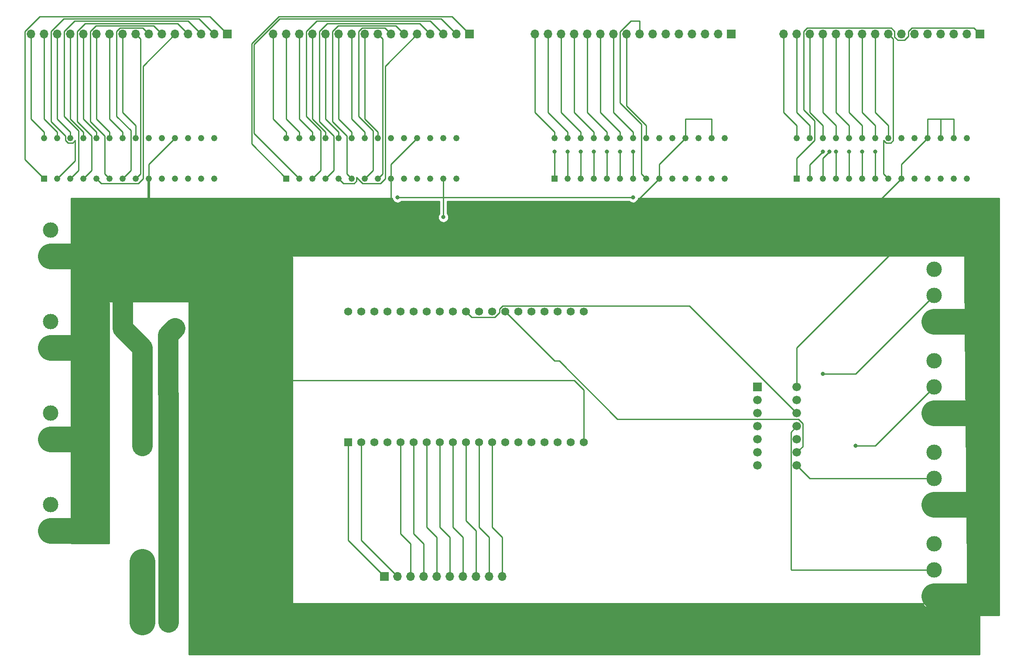
<source format=gbr>
%TF.GenerationSoftware,KiCad,Pcbnew,(5.1.9)-1*%
%TF.CreationDate,2022-04-05T19:21:43+02:00*%
%TF.ProjectId,Hexagon_Desk,48657861-676f-46e5-9f44-65736b2e6b69,rev?*%
%TF.SameCoordinates,Original*%
%TF.FileFunction,Copper,L1,Top*%
%TF.FilePolarity,Positive*%
%FSLAX46Y46*%
G04 Gerber Fmt 4.6, Leading zero omitted, Abs format (unit mm)*
G04 Created by KiCad (PCBNEW (5.1.9)-1) date 2022-04-05 19:21:43*
%MOMM*%
%LPD*%
G01*
G04 APERTURE LIST*
%TA.AperFunction,ComponentPad*%
%ADD10C,1.560000*%
%TD*%
%TA.AperFunction,ComponentPad*%
%ADD11R,1.560000X1.560000*%
%TD*%
%TA.AperFunction,ComponentPad*%
%ADD12O,2.400000X2.400000*%
%TD*%
%TA.AperFunction,ComponentPad*%
%ADD13R,2.400000X2.400000*%
%TD*%
%TA.AperFunction,ComponentPad*%
%ADD14C,1.600000*%
%TD*%
%TA.AperFunction,ComponentPad*%
%ADD15R,1.600000X1.600000*%
%TD*%
%TA.AperFunction,ComponentPad*%
%ADD16C,1.230000*%
%TD*%
%TA.AperFunction,ComponentPad*%
%ADD17R,1.230000X1.230000*%
%TD*%
%TA.AperFunction,ComponentPad*%
%ADD18C,1.676400*%
%TD*%
%TA.AperFunction,ComponentPad*%
%ADD19R,1.676400X1.676400*%
%TD*%
%TA.AperFunction,ComponentPad*%
%ADD20C,3.000000*%
%TD*%
%TA.AperFunction,ComponentPad*%
%ADD21R,3.000000X3.000000*%
%TD*%
%TA.AperFunction,ComponentPad*%
%ADD22O,1.700000X1.700000*%
%TD*%
%TA.AperFunction,ComponentPad*%
%ADD23R,1.700000X1.700000*%
%TD*%
%TA.AperFunction,ViaPad*%
%ADD24C,0.800000*%
%TD*%
%TA.AperFunction,Conductor*%
%ADD25C,4.000000*%
%TD*%
%TA.AperFunction,Conductor*%
%ADD26C,0.250000*%
%TD*%
%TA.AperFunction,Conductor*%
%ADD27C,0.500000*%
%TD*%
%TA.AperFunction,Conductor*%
%ADD28C,5.000000*%
%TD*%
%TA.AperFunction,Conductor*%
%ADD29C,0.254000*%
%TD*%
%TA.AperFunction,Conductor*%
%ADD30C,0.100000*%
%TD*%
G04 APERTURE END LIST*
D10*
%TO.P,U6,38*%
%TO.N,Net-(U6-Pad38)*%
X144070000Y-88205000D03*
%TO.P,U6,37*%
%TO.N,Net-(U6-Pad37)*%
X141530000Y-88205000D03*
%TO.P,U6,36*%
%TO.N,Net-(U6-Pad36)*%
X138990000Y-88205000D03*
%TO.P,U6,35*%
%TO.N,Net-(U6-Pad35)*%
X136450000Y-88205000D03*
%TO.P,U6,34*%
%TO.N,IO2_LED_Data1*%
X133910000Y-88205000D03*
%TO.P,U6,33*%
%TO.N,IO0_LED_Data0*%
X131370000Y-88205000D03*
%TO.P,U6,32*%
%TO.N,IO4_LED_Data2*%
X128830000Y-88205000D03*
%TO.P,U6,31*%
%TO.N,Net-(U6-Pad31)*%
X126290000Y-88205000D03*
%TO.P,U6,30*%
%TO.N,Net-(U6-Pad30)*%
X123750000Y-88205000D03*
%TO.P,U6,29*%
%TO.N,IO5_LED_Data3*%
X121210000Y-88205000D03*
%TO.P,U6,28*%
%TO.N,Net-(U6-Pad28)*%
X118670000Y-88205000D03*
%TO.P,U6,27*%
%TO.N,Net-(U6-Pad27)*%
X116130000Y-88205000D03*
%TO.P,U6,26*%
%TO.N,Net-(U6-Pad26)*%
X113590000Y-88205000D03*
%TO.P,U6,25*%
%TO.N,I2C_SDA*%
X111050000Y-88205000D03*
%TO.P,U6,24*%
%TO.N,Net-(U6-Pad24)*%
X108510000Y-88205000D03*
%TO.P,U6,23*%
%TO.N,Net-(U6-Pad23)*%
X105970000Y-88205000D03*
%TO.P,U6,22*%
%TO.N,I2C_SCL*%
X103430000Y-88205000D03*
%TO.P,U6,21*%
%TO.N,Net-(U6-Pad21)*%
X100890000Y-88205000D03*
%TO.P,U6,20*%
%TO.N,Net-(U6-Pad20)*%
X98350000Y-88205000D03*
%TO.P,U6,18*%
%TO.N,Net-(U6-Pad18)*%
X141530000Y-113605000D03*
%TO.P,U6,17*%
%TO.N,Net-(U6-Pad17)*%
X138990000Y-113605000D03*
%TO.P,U6,16*%
%TO.N,Net-(U6-Pad16)*%
X136450000Y-113605000D03*
%TO.P,U6,15*%
%TO.N,Net-(U6-Pad15)*%
X133910000Y-113605000D03*
%TO.P,U6,14*%
%TO.N,GND*%
X131370000Y-113605000D03*
%TO.P,U6,13*%
%TO.N,Net-(U6-Pad13)*%
X128830000Y-113605000D03*
%TO.P,U6,12*%
%TO.N,Net-(J13-Pad10)*%
X126290000Y-113605000D03*
%TO.P,U6,11*%
%TO.N,Net-(J13-Pad9)*%
X123750000Y-113605000D03*
%TO.P,U6,10*%
%TO.N,Net-(J13-Pad8)*%
X121210000Y-113605000D03*
%TO.P,U6,9*%
%TO.N,Net-(J13-Pad7)*%
X118670000Y-113605000D03*
%TO.P,U6,8*%
%TO.N,Net-(J13-Pad6)*%
X116130000Y-113605000D03*
%TO.P,U6,7*%
%TO.N,Net-(J13-Pad5)*%
X113590000Y-113605000D03*
%TO.P,U6,6*%
%TO.N,Net-(J13-Pad4)*%
X111050000Y-113605000D03*
%TO.P,U6,5*%
%TO.N,Net-(J13-Pad3)*%
X108510000Y-113605000D03*
%TO.P,U6,4*%
%TO.N,Net-(U6-Pad4)*%
X105970000Y-113605000D03*
%TO.P,U6,3*%
%TO.N,Net-(U6-Pad3)*%
X103430000Y-113605000D03*
%TO.P,U6,19*%
%TO.N,+5V*%
X144070000Y-113605000D03*
%TO.P,U6,2*%
%TO.N,Net-(J13-Pad2)*%
X100890000Y-113605000D03*
D11*
%TO.P,U6,1*%
%TO.N,Net-(J13-Pad1)*%
X98350000Y-113605000D03*
%TD*%
D12*
%TO.P,D0,2*%
%TO.N,GND*%
X64770000Y-91440000D03*
D13*
%TO.P,D0,1*%
%TO.N,+5V*%
X54610000Y-91440000D03*
%TD*%
D14*
%TO.P,C0,2*%
%TO.N,GND*%
X63420000Y-104140000D03*
D15*
%TO.P,C0,1*%
%TO.N,+5V*%
X58420000Y-104140000D03*
%TD*%
D16*
%TO.P,U2,28*%
%TO.N,Net-(J9-Pad16)*%
X39370000Y-54485000D03*
%TO.P,U2,27*%
%TO.N,Net-(J9-Pad15)*%
X41910000Y-54485000D03*
%TO.P,U2,26*%
%TO.N,Net-(J9-Pad14)*%
X44450000Y-54485000D03*
%TO.P,U2,25*%
%TO.N,Net-(J9-Pad13)*%
X46990000Y-54485000D03*
%TO.P,U2,24*%
%TO.N,Net-(J9-Pad12)*%
X49530000Y-54485000D03*
%TO.P,U2,23*%
%TO.N,Net-(J9-Pad11)*%
X52070000Y-54485000D03*
%TO.P,U2,22*%
%TO.N,Net-(J9-Pad10)*%
X54610000Y-54485000D03*
%TO.P,U2,21*%
%TO.N,Net-(J9-Pad9)*%
X57150000Y-54485000D03*
%TO.P,U2,20*%
%TO.N,Net-(U2-Pad20)*%
X59690000Y-54485000D03*
%TO.P,U2,19*%
%TO.N,Net-(U2-Pad19)*%
X62230000Y-54485000D03*
%TO.P,U2,18*%
%TO.N,+5V*%
X64770000Y-54485000D03*
%TO.P,U2,17*%
%TO.N,GND*%
X67310000Y-54485000D03*
%TO.P,U2,16*%
X69850000Y-54485000D03*
%TO.P,U2,15*%
X72390000Y-54485000D03*
%TO.P,U2,14*%
%TO.N,Net-(U2-Pad14)*%
X72390000Y-62355000D03*
%TO.P,U2,13*%
%TO.N,I2C_SDA*%
X69850000Y-62355000D03*
%TO.P,U2,12*%
%TO.N,I2C_SCL*%
X67310000Y-62355000D03*
%TO.P,U2,11*%
%TO.N,Net-(U2-Pad11)*%
X64770000Y-62355000D03*
%TO.P,U2,10*%
%TO.N,GND*%
X62230000Y-62355000D03*
%TO.P,U2,9*%
%TO.N,+5V*%
X59690000Y-62355000D03*
%TO.P,U2,8*%
%TO.N,Net-(J9-Pad8)*%
X57150000Y-62355000D03*
%TO.P,U2,7*%
%TO.N,Net-(J9-Pad7)*%
X54610000Y-62355000D03*
%TO.P,U2,6*%
%TO.N,Net-(J9-Pad6)*%
X52070000Y-62355000D03*
%TO.P,U2,5*%
%TO.N,Net-(J9-Pad5)*%
X49530000Y-62355000D03*
%TO.P,U2,4*%
%TO.N,Net-(J9-Pad4)*%
X46990000Y-62355000D03*
%TO.P,U2,3*%
%TO.N,Net-(J9-Pad3)*%
X44450000Y-62355000D03*
%TO.P,U2,2*%
%TO.N,Net-(J9-Pad2)*%
X41910000Y-62355000D03*
D17*
%TO.P,U2,1*%
%TO.N,Net-(J9-Pad1)*%
X39370000Y-62355000D03*
%TD*%
D16*
%TO.P,U5,28*%
%TO.N,Net-(J12-Pad16)*%
X185420000Y-54485000D03*
%TO.P,U5,27*%
%TO.N,Net-(J12-Pad15)*%
X187960000Y-54485000D03*
%TO.P,U5,26*%
%TO.N,Net-(J12-Pad14)*%
X190500000Y-54485000D03*
%TO.P,U5,25*%
%TO.N,Net-(J12-Pad13)*%
X193040000Y-54485000D03*
%TO.P,U5,24*%
%TO.N,Net-(J12-Pad12)*%
X195580000Y-54485000D03*
%TO.P,U5,23*%
%TO.N,Net-(J12-Pad11)*%
X198120000Y-54485000D03*
%TO.P,U5,22*%
%TO.N,Net-(J12-Pad10)*%
X200660000Y-54485000D03*
%TO.P,U5,21*%
%TO.N,Net-(J12-Pad9)*%
X203200000Y-54485000D03*
%TO.P,U5,20*%
%TO.N,Net-(U5-Pad20)*%
X205740000Y-54485000D03*
%TO.P,U5,19*%
%TO.N,Net-(U5-Pad19)*%
X208280000Y-54485000D03*
%TO.P,U5,18*%
%TO.N,+5V*%
X210820000Y-54485000D03*
%TO.P,U5,17*%
X213360000Y-54485000D03*
%TO.P,U5,16*%
X215900000Y-54485000D03*
%TO.P,U5,15*%
%TO.N,GND*%
X218440000Y-54485000D03*
%TO.P,U5,14*%
%TO.N,Net-(U5-Pad14)*%
X218440000Y-62355000D03*
%TO.P,U5,13*%
%TO.N,I2C_SDA*%
X215900000Y-62355000D03*
%TO.P,U5,12*%
%TO.N,I2C_SCL*%
X213360000Y-62355000D03*
%TO.P,U5,11*%
%TO.N,Net-(U5-Pad11)*%
X210820000Y-62355000D03*
%TO.P,U5,10*%
%TO.N,GND*%
X208280000Y-62355000D03*
%TO.P,U5,9*%
%TO.N,+5V*%
X205740000Y-62355000D03*
%TO.P,U5,8*%
%TO.N,Net-(J12-Pad8)*%
X203200000Y-62355000D03*
%TO.P,U5,7*%
%TO.N,Net-(J12-Pad7)*%
X200660000Y-62355000D03*
%TO.P,U5,6*%
%TO.N,Net-(J12-Pad6)*%
X198120000Y-62355000D03*
%TO.P,U5,5*%
%TO.N,Net-(J12-Pad5)*%
X195580000Y-62355000D03*
%TO.P,U5,4*%
%TO.N,Net-(J12-Pad4)*%
X193040000Y-62355000D03*
%TO.P,U5,3*%
%TO.N,Net-(J12-Pad3)*%
X190500000Y-62355000D03*
%TO.P,U5,2*%
%TO.N,Net-(J12-Pad2)*%
X187960000Y-62355000D03*
D17*
%TO.P,U5,1*%
%TO.N,Net-(J12-Pad1)*%
X185420000Y-62355000D03*
%TD*%
D16*
%TO.P,U4,28*%
%TO.N,Net-(J11-Pad16)*%
X138430000Y-54485000D03*
%TO.P,U4,27*%
%TO.N,Net-(J11-Pad15)*%
X140970000Y-54485000D03*
%TO.P,U4,26*%
%TO.N,Net-(J11-Pad14)*%
X143510000Y-54485000D03*
%TO.P,U4,25*%
%TO.N,Net-(J11-Pad13)*%
X146050000Y-54485000D03*
%TO.P,U4,24*%
%TO.N,Net-(J11-Pad12)*%
X148590000Y-54485000D03*
%TO.P,U4,23*%
%TO.N,Net-(J11-Pad11)*%
X151130000Y-54485000D03*
%TO.P,U4,22*%
%TO.N,Net-(J11-Pad10)*%
X153670000Y-54485000D03*
%TO.P,U4,21*%
%TO.N,Net-(J11-Pad9)*%
X156210000Y-54485000D03*
%TO.P,U4,20*%
%TO.N,Net-(U4-Pad20)*%
X158750000Y-54485000D03*
%TO.P,U4,19*%
%TO.N,Net-(U4-Pad19)*%
X161290000Y-54485000D03*
%TO.P,U4,18*%
%TO.N,+5V*%
X163830000Y-54485000D03*
%TO.P,U4,17*%
%TO.N,GND*%
X166370000Y-54485000D03*
%TO.P,U4,16*%
%TO.N,+5V*%
X168910000Y-54485000D03*
%TO.P,U4,15*%
%TO.N,GND*%
X171450000Y-54485000D03*
%TO.P,U4,14*%
%TO.N,Net-(U4-Pad14)*%
X171450000Y-62355000D03*
%TO.P,U4,13*%
%TO.N,I2C_SDA*%
X168910000Y-62355000D03*
%TO.P,U4,12*%
%TO.N,I2C_SCL*%
X166370000Y-62355000D03*
%TO.P,U4,11*%
%TO.N,Net-(U4-Pad11)*%
X163830000Y-62355000D03*
%TO.P,U4,10*%
%TO.N,GND*%
X161290000Y-62355000D03*
%TO.P,U4,9*%
%TO.N,+5V*%
X158750000Y-62355000D03*
%TO.P,U4,8*%
%TO.N,Net-(J11-Pad8)*%
X156210000Y-62355000D03*
%TO.P,U4,7*%
%TO.N,Net-(J11-Pad7)*%
X153670000Y-62355000D03*
%TO.P,U4,6*%
%TO.N,Net-(J11-Pad6)*%
X151130000Y-62355000D03*
%TO.P,U4,5*%
%TO.N,Net-(J11-Pad5)*%
X148590000Y-62355000D03*
%TO.P,U4,4*%
%TO.N,Net-(J11-Pad4)*%
X146050000Y-62355000D03*
%TO.P,U4,3*%
%TO.N,Net-(J11-Pad3)*%
X143510000Y-62355000D03*
%TO.P,U4,2*%
%TO.N,Net-(J11-Pad2)*%
X140970000Y-62355000D03*
D17*
%TO.P,U4,1*%
%TO.N,Net-(J11-Pad1)*%
X138430000Y-62355000D03*
%TD*%
D16*
%TO.P,U3,28*%
%TO.N,Net-(J10-Pad16)*%
X86360000Y-54485000D03*
%TO.P,U3,27*%
%TO.N,Net-(J10-Pad15)*%
X88900000Y-54485000D03*
%TO.P,U3,26*%
%TO.N,Net-(J10-Pad14)*%
X91440000Y-54485000D03*
%TO.P,U3,25*%
%TO.N,Net-(J10-Pad13)*%
X93980000Y-54485000D03*
%TO.P,U3,24*%
%TO.N,Net-(J10-Pad12)*%
X96520000Y-54485000D03*
%TO.P,U3,23*%
%TO.N,Net-(J10-Pad11)*%
X99060000Y-54485000D03*
%TO.P,U3,22*%
%TO.N,Net-(J10-Pad10)*%
X101600000Y-54485000D03*
%TO.P,U3,21*%
%TO.N,Net-(J10-Pad9)*%
X104140000Y-54485000D03*
%TO.P,U3,20*%
%TO.N,Net-(U3-Pad20)*%
X106680000Y-54485000D03*
%TO.P,U3,19*%
%TO.N,Net-(U3-Pad19)*%
X109220000Y-54485000D03*
%TO.P,U3,18*%
%TO.N,+5V*%
X111760000Y-54485000D03*
%TO.P,U3,17*%
%TO.N,GND*%
X114300000Y-54485000D03*
%TO.P,U3,16*%
X116840000Y-54485000D03*
%TO.P,U3,15*%
%TO.N,+5V*%
X119380000Y-54485000D03*
%TO.P,U3,14*%
%TO.N,Net-(U3-Pad14)*%
X119380000Y-62355000D03*
%TO.P,U3,13*%
%TO.N,I2C_SDA*%
X116840000Y-62355000D03*
%TO.P,U3,12*%
%TO.N,I2C_SCL*%
X114300000Y-62355000D03*
%TO.P,U3,11*%
%TO.N,Net-(U3-Pad11)*%
X111760000Y-62355000D03*
%TO.P,U3,10*%
%TO.N,GND*%
X109220000Y-62355000D03*
%TO.P,U3,9*%
%TO.N,+5V*%
X106680000Y-62355000D03*
%TO.P,U3,8*%
%TO.N,Net-(J10-Pad8)*%
X104140000Y-62355000D03*
%TO.P,U3,7*%
%TO.N,Net-(J10-Pad7)*%
X101600000Y-62355000D03*
%TO.P,U3,6*%
%TO.N,Net-(J10-Pad6)*%
X99060000Y-62355000D03*
%TO.P,U3,5*%
%TO.N,Net-(J10-Pad5)*%
X96520000Y-62355000D03*
%TO.P,U3,4*%
%TO.N,Net-(J10-Pad4)*%
X93980000Y-62355000D03*
%TO.P,U3,3*%
%TO.N,Net-(J10-Pad3)*%
X91440000Y-62355000D03*
%TO.P,U3,2*%
%TO.N,Net-(J10-Pad2)*%
X88900000Y-62355000D03*
D17*
%TO.P,U3,1*%
%TO.N,Net-(J10-Pad1)*%
X86360000Y-62355000D03*
%TD*%
D18*
%TO.P,U1,14*%
%TO.N,+5V*%
X185420000Y-102870000D03*
%TO.P,U1,13*%
%TO.N,GND*%
X185420000Y-105410000D03*
%TO.P,U1,12*%
%TO.N,IO5_LED_Data3*%
X185420000Y-107950000D03*
%TO.P,U1,11*%
%TO.N,LED_Data3*%
X185420000Y-110490000D03*
%TO.P,U1,10*%
%TO.N,GND*%
X185420000Y-113030000D03*
%TO.P,U1,9*%
%TO.N,IO4_LED_Data2*%
X185420000Y-115570000D03*
%TO.P,U1,8*%
%TO.N,LED_Data2*%
X185420000Y-118110000D03*
%TO.P,U1,7*%
%TO.N,GND*%
X177800000Y-118110000D03*
%TO.P,U1,6*%
%TO.N,LED_Data1*%
X177800000Y-115570000D03*
%TO.P,U1,5*%
%TO.N,IO2_LED_Data1*%
X177800000Y-113030000D03*
%TO.P,U1,4*%
%TO.N,GND*%
X177800000Y-110490000D03*
%TO.P,U1,3*%
%TO.N,LED_Data0*%
X177800000Y-107950000D03*
%TO.P,U1,2*%
%TO.N,IO0_LED_Data0*%
X177800000Y-105410000D03*
D19*
%TO.P,U1,1*%
%TO.N,GND*%
X177800000Y-102870000D03*
%TD*%
D20*
%TO.P,J00_IN1,2*%
%TO.N,GND*%
X63500000Y-148590000D03*
D21*
%TO.P,J00_IN1,1*%
%TO.N,Net-(F0-Pad2)*%
X58420000Y-148590000D03*
%TD*%
D22*
%TO.P,J13,10*%
%TO.N,Net-(J13-Pad10)*%
X128270000Y-139700000D03*
%TO.P,J13,9*%
%TO.N,Net-(J13-Pad9)*%
X125730000Y-139700000D03*
%TO.P,J13,8*%
%TO.N,Net-(J13-Pad8)*%
X123190000Y-139700000D03*
%TO.P,J13,7*%
%TO.N,Net-(J13-Pad7)*%
X120650000Y-139700000D03*
%TO.P,J13,6*%
%TO.N,Net-(J13-Pad6)*%
X118110000Y-139700000D03*
%TO.P,J13,5*%
%TO.N,Net-(J13-Pad5)*%
X115570000Y-139700000D03*
%TO.P,J13,4*%
%TO.N,Net-(J13-Pad4)*%
X113030000Y-139700000D03*
%TO.P,J13,3*%
%TO.N,Net-(J13-Pad3)*%
X110490000Y-139700000D03*
%TO.P,J13,2*%
%TO.N,Net-(J13-Pad2)*%
X107950000Y-139700000D03*
D23*
%TO.P,J13,1*%
%TO.N,Net-(J13-Pad1)*%
X105410000Y-139700000D03*
%TD*%
D22*
%TO.P,J12,16*%
%TO.N,Net-(J12-Pad16)*%
X182880000Y-34290000D03*
%TO.P,J12,15*%
%TO.N,Net-(J12-Pad15)*%
X185420000Y-34290000D03*
%TO.P,J12,14*%
%TO.N,Net-(J12-Pad14)*%
X187960000Y-34290000D03*
%TO.P,J12,13*%
%TO.N,Net-(J12-Pad13)*%
X190500000Y-34290000D03*
%TO.P,J12,12*%
%TO.N,Net-(J12-Pad12)*%
X193040000Y-34290000D03*
%TO.P,J12,11*%
%TO.N,Net-(J12-Pad11)*%
X195580000Y-34290000D03*
%TO.P,J12,10*%
%TO.N,Net-(J12-Pad10)*%
X198120000Y-34290000D03*
%TO.P,J12,9*%
%TO.N,Net-(J12-Pad9)*%
X200660000Y-34290000D03*
%TO.P,J12,8*%
%TO.N,Net-(J12-Pad8)*%
X203200000Y-34290000D03*
%TO.P,J12,7*%
%TO.N,Net-(J12-Pad7)*%
X205740000Y-34290000D03*
%TO.P,J12,6*%
%TO.N,Net-(J12-Pad6)*%
X208280000Y-34290000D03*
%TO.P,J12,5*%
%TO.N,Net-(J12-Pad5)*%
X210820000Y-34290000D03*
%TO.P,J12,4*%
%TO.N,Net-(J12-Pad4)*%
X213360000Y-34290000D03*
%TO.P,J12,3*%
%TO.N,Net-(J12-Pad3)*%
X215900000Y-34290000D03*
%TO.P,J12,2*%
%TO.N,Net-(J12-Pad2)*%
X218440000Y-34290000D03*
D23*
%TO.P,J12,1*%
%TO.N,Net-(J12-Pad1)*%
X220980000Y-34290000D03*
%TD*%
D22*
%TO.P,J11,16*%
%TO.N,Net-(J11-Pad16)*%
X134620000Y-34290000D03*
%TO.P,J11,15*%
%TO.N,Net-(J11-Pad15)*%
X137160000Y-34290000D03*
%TO.P,J11,14*%
%TO.N,Net-(J11-Pad14)*%
X139700000Y-34290000D03*
%TO.P,J11,13*%
%TO.N,Net-(J11-Pad13)*%
X142240000Y-34290000D03*
%TO.P,J11,12*%
%TO.N,Net-(J11-Pad12)*%
X144780000Y-34290000D03*
%TO.P,J11,11*%
%TO.N,Net-(J11-Pad11)*%
X147320000Y-34290000D03*
%TO.P,J11,10*%
%TO.N,Net-(J11-Pad10)*%
X149860000Y-34290000D03*
%TO.P,J11,9*%
%TO.N,Net-(J11-Pad9)*%
X152400000Y-34290000D03*
%TO.P,J11,8*%
%TO.N,Net-(J11-Pad8)*%
X154940000Y-34290000D03*
%TO.P,J11,7*%
%TO.N,Net-(J11-Pad7)*%
X157480000Y-34290000D03*
%TO.P,J11,6*%
%TO.N,Net-(J11-Pad6)*%
X160020000Y-34290000D03*
%TO.P,J11,5*%
%TO.N,Net-(J11-Pad5)*%
X162560000Y-34290000D03*
%TO.P,J11,4*%
%TO.N,Net-(J11-Pad4)*%
X165100000Y-34290000D03*
%TO.P,J11,3*%
%TO.N,Net-(J11-Pad3)*%
X167640000Y-34290000D03*
%TO.P,J11,2*%
%TO.N,Net-(J11-Pad2)*%
X170180000Y-34290000D03*
D23*
%TO.P,J11,1*%
%TO.N,Net-(J11-Pad1)*%
X172720000Y-34290000D03*
%TD*%
D22*
%TO.P,J10,16*%
%TO.N,Net-(J10-Pad16)*%
X83820000Y-34290000D03*
%TO.P,J10,15*%
%TO.N,Net-(J10-Pad15)*%
X86360000Y-34290000D03*
%TO.P,J10,14*%
%TO.N,Net-(J10-Pad14)*%
X88900000Y-34290000D03*
%TO.P,J10,13*%
%TO.N,Net-(J10-Pad13)*%
X91440000Y-34290000D03*
%TO.P,J10,12*%
%TO.N,Net-(J10-Pad12)*%
X93980000Y-34290000D03*
%TO.P,J10,11*%
%TO.N,Net-(J10-Pad11)*%
X96520000Y-34290000D03*
%TO.P,J10,10*%
%TO.N,Net-(J10-Pad10)*%
X99060000Y-34290000D03*
%TO.P,J10,9*%
%TO.N,Net-(J10-Pad9)*%
X101600000Y-34290000D03*
%TO.P,J10,8*%
%TO.N,Net-(J10-Pad8)*%
X104140000Y-34290000D03*
%TO.P,J10,7*%
%TO.N,Net-(J10-Pad7)*%
X106680000Y-34290000D03*
%TO.P,J10,6*%
%TO.N,Net-(J10-Pad6)*%
X109220000Y-34290000D03*
%TO.P,J10,5*%
%TO.N,Net-(J10-Pad5)*%
X111760000Y-34290000D03*
%TO.P,J10,4*%
%TO.N,Net-(J10-Pad4)*%
X114300000Y-34290000D03*
%TO.P,J10,3*%
%TO.N,Net-(J10-Pad3)*%
X116840000Y-34290000D03*
%TO.P,J10,2*%
%TO.N,Net-(J10-Pad2)*%
X119380000Y-34290000D03*
D23*
%TO.P,J10,1*%
%TO.N,Net-(J10-Pad1)*%
X121920000Y-34290000D03*
%TD*%
D22*
%TO.P,J9,16*%
%TO.N,Net-(J9-Pad16)*%
X36830000Y-34290000D03*
%TO.P,J9,15*%
%TO.N,Net-(J9-Pad15)*%
X39370000Y-34290000D03*
%TO.P,J9,14*%
%TO.N,Net-(J9-Pad14)*%
X41910000Y-34290000D03*
%TO.P,J9,13*%
%TO.N,Net-(J9-Pad13)*%
X44450000Y-34290000D03*
%TO.P,J9,12*%
%TO.N,Net-(J9-Pad12)*%
X46990000Y-34290000D03*
%TO.P,J9,11*%
%TO.N,Net-(J9-Pad11)*%
X49530000Y-34290000D03*
%TO.P,J9,10*%
%TO.N,Net-(J9-Pad10)*%
X52070000Y-34290000D03*
%TO.P,J9,9*%
%TO.N,Net-(J9-Pad9)*%
X54610000Y-34290000D03*
%TO.P,J9,8*%
%TO.N,Net-(J9-Pad8)*%
X57150000Y-34290000D03*
%TO.P,J9,7*%
%TO.N,Net-(J9-Pad7)*%
X59690000Y-34290000D03*
%TO.P,J9,6*%
%TO.N,Net-(J9-Pad6)*%
X62230000Y-34290000D03*
%TO.P,J9,5*%
%TO.N,Net-(J9-Pad5)*%
X64770000Y-34290000D03*
%TO.P,J9,4*%
%TO.N,Net-(J9-Pad4)*%
X67310000Y-34290000D03*
%TO.P,J9,3*%
%TO.N,Net-(J9-Pad3)*%
X69850000Y-34290000D03*
%TO.P,J9,2*%
%TO.N,Net-(J9-Pad2)*%
X72390000Y-34290000D03*
D23*
%TO.P,J9,1*%
%TO.N,Net-(J9-Pad1)*%
X74930000Y-34290000D03*
%TD*%
D20*
%TO.P,J8,2*%
%TO.N,GND*%
X40640000Y-72390000D03*
D21*
%TO.P,J8,1*%
%TO.N,+5V*%
X40640000Y-77470000D03*
%TD*%
D20*
%TO.P,J7,2*%
%TO.N,GND*%
X40640000Y-90170000D03*
D21*
%TO.P,J7,1*%
%TO.N,+5V*%
X40640000Y-95250000D03*
%TD*%
D20*
%TO.P,J6,2*%
%TO.N,GND*%
X40640000Y-107950000D03*
D21*
%TO.P,J6,1*%
%TO.N,+5V*%
X40640000Y-113030000D03*
%TD*%
D20*
%TO.P,J5,2*%
%TO.N,GND*%
X40640000Y-125730000D03*
D21*
%TO.P,J5,1*%
%TO.N,+5V*%
X40640000Y-130810000D03*
%TD*%
D20*
%TO.P,J4,3*%
%TO.N,GND*%
X212090000Y-133350000D03*
%TO.P,J4,2*%
%TO.N,LED_Data3*%
X212090000Y-138430000D03*
D21*
%TO.P,J4,1*%
%TO.N,+5V*%
X212090000Y-143510000D03*
%TD*%
D20*
%TO.P,J2,3*%
%TO.N,GND*%
X212090000Y-115570000D03*
%TO.P,J2,2*%
%TO.N,LED_Data2*%
X212090000Y-120650000D03*
D21*
%TO.P,J2,1*%
%TO.N,+5V*%
X212090000Y-125730000D03*
%TD*%
D20*
%TO.P,J1,3*%
%TO.N,GND*%
X212090000Y-97790000D03*
%TO.P,J1,2*%
%TO.N,LED_Data1*%
X212090000Y-102870000D03*
D21*
%TO.P,J1,1*%
%TO.N,+5V*%
X212090000Y-107950000D03*
%TD*%
D20*
%TO.P,J0,3*%
%TO.N,GND*%
X212090000Y-80010000D03*
%TO.P,J0,2*%
%TO.N,LED_Data0*%
X212090000Y-85090000D03*
D21*
%TO.P,J0,1*%
%TO.N,+5V*%
X212090000Y-90170000D03*
%TD*%
D20*
%TO.P,F0,2*%
%TO.N,Net-(F0-Pad2)*%
X58420000Y-136800000D03*
%TO.P,F0,1*%
%TO.N,+5V*%
X58420000Y-114300000D03*
%TD*%
D24*
%TO.N,LED_Data0*%
X190500000Y-100330000D03*
%TO.N,LED_Data1*%
X196850000Y-114300000D03*
%TO.N,Net-(J11-Pad7)*%
X153670000Y-57150000D03*
%TO.N,Net-(J11-Pad6)*%
X151130000Y-57150000D03*
%TO.N,Net-(J11-Pad5)*%
X148590000Y-57150000D03*
%TO.N,Net-(J11-Pad4)*%
X146050000Y-57150000D03*
%TO.N,Net-(J11-Pad3)*%
X143510000Y-57150000D03*
%TO.N,Net-(J11-Pad2)*%
X140970000Y-57150000D03*
%TO.N,Net-(J11-Pad1)*%
X138430000Y-57150000D03*
%TO.N,Net-(J12-Pad7)*%
X200660000Y-57150000D03*
%TO.N,Net-(J12-Pad6)*%
X198120000Y-57150000D03*
%TO.N,Net-(J12-Pad5)*%
X195580000Y-57150000D03*
%TO.N,Net-(J12-Pad4)*%
X193040000Y-57150000D03*
%TO.N,Net-(J12-Pad3)*%
X191770000Y-57150000D03*
%TO.N,Net-(J12-Pad2)*%
X190500000Y-57150000D03*
%TO.N,I2C_SDA*%
X116840000Y-69850000D03*
X107950000Y-66040000D03*
X153670000Y-66040000D03*
%TD*%
D25*
%TO.N,GND*%
X63500000Y-104220000D02*
X63420000Y-104140000D01*
X63500000Y-148590000D02*
X63500000Y-104220000D01*
X63420000Y-92790000D02*
X64770000Y-91440000D01*
X63420000Y-104140000D02*
X63420000Y-92790000D01*
D26*
%TO.N,+5V*%
X44960000Y-108710000D02*
X44960000Y-126490000D01*
X144070000Y-113605000D02*
X144070000Y-103430000D01*
X144070000Y-103430000D02*
X142240000Y-101600000D01*
X142240000Y-101600000D02*
X73660000Y-101600000D01*
X73660000Y-101600000D02*
X73660000Y-73148590D01*
X59690000Y-59565000D02*
X64770000Y-54485000D01*
X59690000Y-62355000D02*
X59690000Y-59565000D01*
X73660000Y-73148590D02*
X106168590Y-73148590D01*
X106680000Y-72637180D02*
X106680000Y-62355000D01*
X106168590Y-73148590D02*
X106680000Y-72637180D01*
X106680000Y-59565000D02*
X111760000Y-54485000D01*
X106680000Y-62355000D02*
X106680000Y-59565000D01*
X147956410Y-73148590D02*
X158750000Y-62355000D01*
X106168590Y-73148590D02*
X147956410Y-73148590D01*
X158750000Y-59565000D02*
X163830000Y-54485000D01*
X158750000Y-62355000D02*
X158750000Y-59565000D01*
X163830000Y-54485000D02*
X163830000Y-50800000D01*
X163830000Y-50800000D02*
X168910000Y-50800000D01*
X168910000Y-50800000D02*
X168910000Y-54485000D01*
X194946410Y-73148590D02*
X205740000Y-62355000D01*
X205740000Y-59565000D02*
X210820000Y-54485000D01*
X205740000Y-62355000D02*
X205740000Y-59565000D01*
X210820000Y-54485000D02*
X210820000Y-50800000D01*
X210820000Y-50800000D02*
X215900000Y-50800000D01*
X215900000Y-50800000D02*
X215900000Y-54485000D01*
X213360000Y-50800000D02*
X213360000Y-54485000D01*
X185420000Y-95250000D02*
X207521410Y-73148590D01*
X185420000Y-102870000D02*
X185420000Y-95250000D01*
X207521410Y-73148590D02*
X207646410Y-73148590D01*
X147956410Y-73148590D02*
X207521410Y-73148590D01*
D27*
X73658590Y-73150000D02*
X73660000Y-73148590D01*
X69090000Y-73150000D02*
X73658590Y-73150000D01*
X59690000Y-62355000D02*
X59690000Y-72390000D01*
X59690000Y-72390000D02*
X60960000Y-73660000D01*
D28*
X40640000Y-130810000D02*
X46990000Y-130810000D01*
X40640000Y-77470000D02*
X50800000Y-77470000D01*
X48260000Y-96520000D02*
X46990000Y-95250000D01*
X48260000Y-113030000D02*
X48260000Y-96520000D01*
X40640000Y-113030000D02*
X48260000Y-113030000D01*
X40640000Y-95250000D02*
X46990000Y-95250000D01*
X46990000Y-86360000D02*
X53340000Y-80010000D01*
X46990000Y-95250000D02*
X46990000Y-86360000D01*
X50800000Y-77470000D02*
X53340000Y-80010000D01*
D25*
X58420000Y-114300000D02*
X58420000Y-104140000D01*
X58420000Y-95250000D02*
X54610000Y-91440000D01*
X58420000Y-104140000D02*
X58420000Y-95250000D01*
X54610000Y-91440000D02*
X54610000Y-85090000D01*
D27*
X220468590Y-73148590D02*
X220980000Y-73660000D01*
X220980000Y-73660000D02*
X220980000Y-78740000D01*
X207521410Y-73148590D02*
X220468590Y-73148590D01*
D28*
X212090000Y-90170000D02*
X220980000Y-90170000D01*
X212090000Y-107950000D02*
X220980000Y-107950000D01*
X212090000Y-125730000D02*
X219710000Y-125730000D01*
X212090000Y-143510000D02*
X219710000Y-143510000D01*
%TO.N,Net-(F0-Pad2)*%
X58420000Y-148590000D02*
X58420000Y-136800000D01*
D26*
%TO.N,LED_Data0*%
X196850000Y-100330000D02*
X212090000Y-85090000D01*
X190500000Y-100330000D02*
X196850000Y-100330000D01*
%TO.N,LED_Data1*%
X200660000Y-114300000D02*
X212090000Y-102870000D01*
X196850000Y-114300000D02*
X200660000Y-114300000D01*
%TO.N,LED_Data2*%
X187960000Y-120650000D02*
X185420000Y-118110000D01*
X212090000Y-120650000D02*
X187960000Y-120650000D01*
%TO.N,Net-(J9-Pad16)*%
X39370000Y-54485000D02*
X39370000Y-53340000D01*
X36830000Y-50800000D02*
X36830000Y-34290000D01*
X39370000Y-53340000D02*
X36830000Y-50800000D01*
%TO.N,Net-(J9-Pad15)*%
X41910000Y-54485000D02*
X41910000Y-53340000D01*
X39370000Y-50800000D02*
X39370000Y-34290000D01*
X41910000Y-53340000D02*
X39370000Y-50800000D01*
%TO.N,Net-(J9-Pad14)*%
X44450000Y-54485000D02*
X44450000Y-53340000D01*
X41910000Y-50800000D02*
X41910000Y-34290000D01*
X44450000Y-53340000D02*
X41910000Y-50800000D01*
%TO.N,Net-(J9-Pad13)*%
X46990000Y-54485000D02*
X46990000Y-53340000D01*
X44450000Y-50800000D02*
X44450000Y-34290000D01*
X46990000Y-53340000D02*
X44450000Y-50800000D01*
%TO.N,Net-(J9-Pad12)*%
X49530000Y-54485000D02*
X49530000Y-53340000D01*
X46990000Y-50800000D02*
X46990000Y-34290000D01*
X49530000Y-53340000D02*
X46990000Y-50800000D01*
%TO.N,Net-(J9-Pad11)*%
X52070000Y-54485000D02*
X52070000Y-53340000D01*
X49530000Y-50800000D02*
X49530000Y-34290000D01*
X52070000Y-53340000D02*
X49530000Y-50800000D01*
%TO.N,Net-(J9-Pad10)*%
X54610000Y-54485000D02*
X54610000Y-53340000D01*
X52070000Y-50800000D02*
X52070000Y-34290000D01*
X54610000Y-53340000D02*
X52070000Y-50800000D01*
%TO.N,Net-(J9-Pad9)*%
X57150000Y-54485000D02*
X57150000Y-52070000D01*
X54610000Y-49530000D02*
X54610000Y-34290000D01*
X57150000Y-52070000D02*
X54610000Y-49530000D01*
%TO.N,Net-(J9-Pad8)*%
X58090001Y-35230001D02*
X57150000Y-34290000D01*
X58090001Y-61414999D02*
X58090001Y-35230001D01*
X57150000Y-62355000D02*
X58090001Y-61414999D01*
%TO.N,Net-(J9-Pad7)*%
X58514999Y-33114999D02*
X59690000Y-34290000D01*
X53434999Y-33725999D02*
X54045999Y-33114999D01*
X53434999Y-50235001D02*
X53434999Y-33725999D01*
X56209999Y-53010001D02*
X53434999Y-50235001D01*
X54045999Y-33114999D02*
X58514999Y-33114999D01*
X56209999Y-60755001D02*
X56209999Y-53010001D01*
X54610000Y-62355000D02*
X56209999Y-60755001D01*
%TO.N,Net-(J9-Pad6)*%
X48354999Y-33725999D02*
X49416008Y-32664990D01*
X48354999Y-51258799D02*
X48354999Y-33725999D01*
X60604990Y-32664990D02*
X62230000Y-34290000D01*
X51129999Y-54033799D02*
X48354999Y-51258799D01*
X51129999Y-61414999D02*
X51129999Y-54033799D01*
X49416008Y-32664990D02*
X60604990Y-32664990D01*
X52070000Y-62355000D02*
X51129999Y-61414999D01*
%TO.N,Net-(J9-Pad5)*%
X58540011Y-40519989D02*
X64770000Y-34290000D01*
X58540011Y-62356191D02*
X58540011Y-40519989D01*
X57601201Y-63295001D02*
X58540011Y-62356191D01*
X50470001Y-63295001D02*
X57601201Y-63295001D01*
X49530000Y-62355000D02*
X50470001Y-63295001D01*
%TO.N,Net-(J9-Pad4)*%
X65234980Y-32214980D02*
X67310000Y-34290000D01*
X47326018Y-32214980D02*
X65234980Y-32214980D01*
X45814999Y-33725999D02*
X47326018Y-32214980D01*
X45814999Y-51258799D02*
X45814999Y-33725999D01*
X48589999Y-54033799D02*
X45814999Y-51258799D01*
X48589999Y-60755001D02*
X48589999Y-54033799D01*
X46990000Y-62355000D02*
X48589999Y-60755001D01*
%TO.N,Net-(J9-Pad3)*%
X67324971Y-31764971D02*
X69850000Y-34290000D01*
X45236027Y-31764971D02*
X67324971Y-31764971D01*
X43274999Y-33725999D02*
X45236027Y-31764971D01*
X43274999Y-50261409D02*
X43274999Y-33725999D01*
X46036795Y-53023205D02*
X43274999Y-50261409D01*
X46036795Y-60768205D02*
X46036795Y-53023205D01*
X44450000Y-62355000D02*
X46036795Y-60768205D01*
%TO.N,Net-(J9-Pad2)*%
X69414961Y-31314961D02*
X72390000Y-34290000D01*
X43146037Y-31314961D02*
X69414961Y-31314961D01*
X40734999Y-33725999D02*
X43146037Y-31314961D01*
X40734999Y-51258799D02*
X40734999Y-33725999D01*
X43509999Y-54033799D02*
X40734999Y-51258799D01*
X43998799Y-55425001D02*
X43509999Y-54936201D01*
X43509999Y-54936201D02*
X43509999Y-54033799D01*
X45390001Y-54936201D02*
X44901201Y-55425001D01*
X45390001Y-58874999D02*
X45390001Y-54936201D01*
X44901201Y-55425001D02*
X43998799Y-55425001D01*
X41910000Y-62355000D02*
X45390001Y-58874999D01*
%TO.N,Net-(J9-Pad1)*%
X71504952Y-30864952D02*
X74930000Y-34290000D01*
X38516046Y-30864952D02*
X71504952Y-30864952D01*
X35654999Y-33725999D02*
X38516046Y-30864952D01*
X35654999Y-58639999D02*
X35654999Y-33725999D01*
X39370000Y-62355000D02*
X35654999Y-58639999D01*
%TO.N,Net-(J10-Pad16)*%
X86360000Y-54485000D02*
X86360000Y-53340000D01*
X83820000Y-50800000D02*
X83820000Y-34290000D01*
X86360000Y-53340000D02*
X83820000Y-50800000D01*
%TO.N,Net-(J10-Pad15)*%
X88900000Y-54485000D02*
X88900000Y-53340000D01*
X86360000Y-50800000D02*
X86360000Y-34290000D01*
X88900000Y-53340000D02*
X86360000Y-50800000D01*
%TO.N,Net-(J10-Pad14)*%
X91440000Y-54485000D02*
X91440000Y-53340000D01*
X88900000Y-50800000D02*
X88900000Y-34290000D01*
X91440000Y-53340000D02*
X88900000Y-50800000D01*
%TO.N,Net-(J10-Pad13)*%
X93980000Y-54485000D02*
X93980000Y-53340000D01*
X91440000Y-50800000D02*
X91440000Y-34290000D01*
X93980000Y-53340000D02*
X91440000Y-50800000D01*
%TO.N,Net-(J10-Pad12)*%
X96520000Y-54485000D02*
X96520000Y-53340000D01*
X93980000Y-50800000D02*
X93980000Y-34290000D01*
X96520000Y-53340000D02*
X93980000Y-50800000D01*
%TO.N,Net-(J10-Pad11)*%
X99060000Y-54485000D02*
X99060000Y-53340000D01*
X96520000Y-50800000D02*
X96520000Y-34290000D01*
X99060000Y-53340000D02*
X96520000Y-50800000D01*
%TO.N,Net-(J10-Pad10)*%
X101600000Y-54485000D02*
X101600000Y-53340000D01*
X99060000Y-50800000D02*
X99060000Y-34290000D01*
X101600000Y-53340000D02*
X99060000Y-50800000D01*
%TO.N,Net-(J10-Pad9)*%
X104140000Y-54485000D02*
X104140000Y-53340000D01*
X101600000Y-50800000D02*
X101600000Y-34290000D01*
X104140000Y-53340000D02*
X101600000Y-50800000D01*
%TO.N,Net-(J10-Pad8)*%
X105080001Y-35230001D02*
X104140000Y-34290000D01*
X105080001Y-61414999D02*
X105080001Y-35230001D01*
X104140000Y-62355000D02*
X105080001Y-61414999D01*
%TO.N,Net-(J10-Pad7)*%
X105504999Y-33114999D02*
X106680000Y-34290000D01*
X101035999Y-33114999D02*
X105504999Y-33114999D01*
X100424999Y-33725999D02*
X101035999Y-33114999D01*
X100424999Y-50261409D02*
X100424999Y-33725999D01*
X103186795Y-53023205D02*
X100424999Y-50261409D01*
X103186795Y-60768205D02*
X103186795Y-53023205D01*
X101600000Y-62355000D02*
X103186795Y-60768205D01*
%TO.N,Net-(J10-Pad6)*%
X96406008Y-32664990D02*
X107594990Y-32664990D01*
X95344999Y-33725999D02*
X96406008Y-32664990D01*
X95344999Y-51258799D02*
X95344999Y-33725999D01*
X98119999Y-54033799D02*
X95344999Y-51258799D01*
X107594990Y-32664990D02*
X109220000Y-34290000D01*
X98119999Y-61414999D02*
X98119999Y-54033799D01*
X99060000Y-62355000D02*
X98119999Y-61414999D01*
%TO.N,Net-(J10-Pad5)*%
X105530011Y-40519989D02*
X111760000Y-34290000D01*
X105530011Y-62356191D02*
X105530011Y-40519989D01*
X101148799Y-63295001D02*
X104591201Y-63295001D01*
X100000001Y-62146203D02*
X101148799Y-63295001D01*
X104591201Y-63295001D02*
X105530011Y-62356191D01*
X99511201Y-63295001D02*
X100000001Y-62806201D01*
X97460001Y-63295001D02*
X99511201Y-63295001D01*
X100000001Y-62806201D02*
X100000001Y-62146203D01*
X96520000Y-62355000D02*
X97460001Y-63295001D01*
%TO.N,Net-(J10-Pad4)*%
X112224980Y-32214980D02*
X114300000Y-34290000D01*
X94316018Y-32214980D02*
X112224980Y-32214980D01*
X92804999Y-51258799D02*
X92804999Y-33725999D01*
X95579999Y-54033799D02*
X92804999Y-51258799D01*
X95579999Y-60755001D02*
X95579999Y-54033799D01*
X92804999Y-33725999D02*
X94316018Y-32214980D01*
X93980000Y-62355000D02*
X95579999Y-60755001D01*
%TO.N,Net-(J10-Pad3)*%
X114314971Y-31764971D02*
X116840000Y-34290000D01*
X92226027Y-31764971D02*
X114314971Y-31764971D01*
X90264999Y-50261409D02*
X90264999Y-33725999D01*
X90264999Y-33725999D02*
X92226027Y-31764971D01*
X93026795Y-53023205D02*
X90264999Y-50261409D01*
X93026795Y-60768205D02*
X93026795Y-53023205D01*
X91440000Y-62355000D02*
X93026795Y-60768205D01*
%TO.N,Net-(J10-Pad2)*%
X116404962Y-31314962D02*
X119380000Y-34290000D01*
X85056036Y-31314962D02*
X116404962Y-31314962D01*
X80089999Y-36280999D02*
X85056036Y-31314962D01*
X80089999Y-53544999D02*
X80089999Y-36280999D01*
X88900000Y-62355000D02*
X80089999Y-53544999D01*
%TO.N,Net-(J10-Pad1)*%
X118494952Y-30864952D02*
X121920000Y-34290000D01*
X84869636Y-30864952D02*
X118494952Y-30864952D01*
X79639990Y-36094598D02*
X84869636Y-30864952D01*
X79639990Y-55634990D02*
X79639990Y-36094598D01*
X86360000Y-62355000D02*
X79639990Y-55634990D01*
%TO.N,Net-(J11-Pad16)*%
X138430000Y-54485000D02*
X138430000Y-53340000D01*
X134620000Y-49530000D02*
X134620000Y-34290000D01*
X138430000Y-53340000D02*
X134620000Y-49530000D01*
%TO.N,Net-(J11-Pad15)*%
X140970000Y-54485000D02*
X140970000Y-53340000D01*
X137160000Y-49530000D02*
X137160000Y-34290000D01*
X140970000Y-53340000D02*
X137160000Y-49530000D01*
%TO.N,Net-(J11-Pad14)*%
X143510000Y-54485000D02*
X143510000Y-53340000D01*
X139700000Y-49530000D02*
X139700000Y-34290000D01*
X143510000Y-53340000D02*
X139700000Y-49530000D01*
%TO.N,Net-(J11-Pad13)*%
X146050000Y-54485000D02*
X146050000Y-53340000D01*
X142240000Y-49530000D02*
X142240000Y-34290000D01*
X146050000Y-53340000D02*
X142240000Y-49530000D01*
%TO.N,Net-(J11-Pad12)*%
X148590000Y-54485000D02*
X148590000Y-53340000D01*
X144780000Y-49530000D02*
X144780000Y-34290000D01*
X148590000Y-53340000D02*
X144780000Y-49530000D01*
%TO.N,Net-(J11-Pad11)*%
X151130000Y-54485000D02*
X151130000Y-53340000D01*
X147320000Y-49530000D02*
X147320000Y-34290000D01*
X151130000Y-53340000D02*
X147320000Y-49530000D01*
%TO.N,Net-(J11-Pad10)*%
X153670000Y-54485000D02*
X153670000Y-53340000D01*
X149860000Y-49530000D02*
X149860000Y-34290000D01*
X153670000Y-53340000D02*
X149860000Y-49530000D01*
%TO.N,Net-(J11-Pad9)*%
X156210000Y-54485000D02*
X156210000Y-52070000D01*
X152400000Y-48260000D02*
X152400000Y-34290000D01*
X156210000Y-52070000D02*
X152400000Y-48260000D01*
%TO.N,Net-(J11-Pad8)*%
X155269999Y-51766409D02*
X151130000Y-47626410D01*
X155269999Y-61414999D02*
X155269999Y-51766409D01*
X156210000Y-62355000D02*
X155269999Y-61414999D01*
X151130000Y-33820998D02*
X153200998Y-31750000D01*
X151130000Y-47626410D02*
X151130000Y-33820998D01*
X153200998Y-31750000D02*
X154940000Y-31750000D01*
X154940000Y-31750000D02*
X154940000Y-34290000D01*
%TO.N,Net-(J11-Pad7)*%
X153670000Y-62355000D02*
X153670000Y-57150000D01*
X153670000Y-57150000D02*
X153670000Y-57150000D01*
%TO.N,Net-(J11-Pad6)*%
X151130000Y-62355000D02*
X151130000Y-57150000D01*
X151130000Y-57150000D02*
X151130000Y-57150000D01*
%TO.N,Net-(J11-Pad5)*%
X148590000Y-62355000D02*
X148590000Y-57150000D01*
X148590000Y-57150000D02*
X148590000Y-57150000D01*
%TO.N,Net-(J11-Pad4)*%
X146050000Y-62355000D02*
X146050000Y-57150000D01*
X146050000Y-57150000D02*
X146050000Y-57150000D01*
%TO.N,Net-(J11-Pad3)*%
X143510000Y-62355000D02*
X143510000Y-57150000D01*
X143510000Y-57150000D02*
X143510000Y-57150000D01*
%TO.N,Net-(J11-Pad2)*%
X140970000Y-62355000D02*
X140970000Y-57150000D01*
X140970000Y-57150000D02*
X140970000Y-57150000D01*
%TO.N,Net-(J11-Pad1)*%
X138430000Y-62355000D02*
X138430000Y-57150000D01*
X138430000Y-57150000D02*
X138430000Y-57150000D01*
%TO.N,Net-(J12-Pad16)*%
X185420000Y-54485000D02*
X185420000Y-52070000D01*
X182880000Y-49530000D02*
X182880000Y-34290000D01*
X185420000Y-52070000D02*
X182880000Y-49530000D01*
%TO.N,Net-(J12-Pad15)*%
X187960000Y-54485000D02*
X187960000Y-52070000D01*
X185420000Y-49530000D02*
X185420000Y-34290000D01*
X187960000Y-52070000D02*
X185420000Y-49530000D01*
%TO.N,Net-(J12-Pad14)*%
X190500000Y-54485000D02*
X190500000Y-52070000D01*
X187960000Y-49530000D02*
X187960000Y-34290000D01*
X190500000Y-52070000D02*
X187960000Y-49530000D01*
%TO.N,Net-(J12-Pad13)*%
X193040000Y-54485000D02*
X193040000Y-52070000D01*
X190500000Y-49530000D02*
X190500000Y-34290000D01*
X193040000Y-52070000D02*
X190500000Y-49530000D01*
%TO.N,Net-(J12-Pad12)*%
X195580000Y-54485000D02*
X195580000Y-52070000D01*
X193040000Y-49530000D02*
X193040000Y-34290000D01*
X195580000Y-52070000D02*
X193040000Y-49530000D01*
%TO.N,Net-(J12-Pad11)*%
X198120000Y-54485000D02*
X198120000Y-52070000D01*
X195580000Y-49530000D02*
X195580000Y-34290000D01*
X198120000Y-52070000D02*
X195580000Y-49530000D01*
%TO.N,Net-(J12-Pad10)*%
X200660000Y-54485000D02*
X200660000Y-52070000D01*
X198120000Y-49530000D02*
X198120000Y-34290000D01*
X200660000Y-52070000D02*
X198120000Y-49530000D01*
%TO.N,Net-(J12-Pad9)*%
X203200000Y-54485000D02*
X203200000Y-52070000D01*
X200660000Y-49530000D02*
X200660000Y-34290000D01*
X203200000Y-52070000D02*
X200660000Y-49530000D01*
%TO.N,Net-(J12-Pad8)*%
X204140001Y-54936201D02*
X204140001Y-35230001D01*
X203651201Y-55425001D02*
X204140001Y-54936201D01*
X202748799Y-55425001D02*
X203651201Y-55425001D01*
X204140001Y-35230001D02*
X203200000Y-34290000D01*
X202259999Y-54936201D02*
X202748799Y-55425001D01*
X202259999Y-61414999D02*
X202259999Y-54936201D01*
X203200000Y-62355000D02*
X202259999Y-61414999D01*
%TO.N,Net-(J12-Pad7)*%
X200660000Y-62355000D02*
X200660000Y-57150000D01*
X200660000Y-57150000D02*
X200660000Y-57150000D01*
%TO.N,Net-(J12-Pad6)*%
X198120000Y-62355000D02*
X198120000Y-57150000D01*
X198120000Y-57150000D02*
X198120000Y-57150000D01*
%TO.N,Net-(J12-Pad5)*%
X195580000Y-62355000D02*
X195580000Y-57150000D01*
X195580000Y-57150000D02*
X195580000Y-57150000D01*
%TO.N,Net-(J12-Pad4)*%
X193040000Y-62355000D02*
X193040000Y-57150000D01*
X193040000Y-57150000D02*
X193040000Y-57150000D01*
%TO.N,Net-(J12-Pad3)*%
X190500000Y-62355000D02*
X190500000Y-58420000D01*
X190500000Y-58420000D02*
X191770000Y-57150000D01*
X191770000Y-57150000D02*
X191770000Y-57150000D01*
%TO.N,Net-(J12-Pad2)*%
X187960000Y-62355000D02*
X187960000Y-59690000D01*
X187960000Y-59690000D02*
X190500000Y-57150000D01*
X190500000Y-57150000D02*
X190500000Y-57150000D01*
%TO.N,Net-(J12-Pad1)*%
X219804999Y-33114999D02*
X220980000Y-34290000D01*
X207715999Y-33114999D02*
X219804999Y-33114999D01*
X207104999Y-33725999D02*
X207715999Y-33114999D01*
X207104999Y-34664003D02*
X207104999Y-33725999D01*
X205011411Y-35465001D02*
X206304001Y-35465001D01*
X204375001Y-34828591D02*
X205011411Y-35465001D01*
X203764001Y-33114999D02*
X204375001Y-33725999D01*
X187395999Y-33114999D02*
X203764001Y-33114999D01*
X186784999Y-33725999D02*
X187395999Y-33114999D01*
X206304001Y-35465001D02*
X207104999Y-34664003D01*
X186784999Y-48991409D02*
X186784999Y-33725999D01*
X204375001Y-33725999D02*
X204375001Y-34828591D01*
X188900001Y-51106411D02*
X186784999Y-48991409D01*
X188900001Y-54936201D02*
X188900001Y-51106411D01*
X185420000Y-58416202D02*
X188900001Y-54936201D01*
X185420000Y-62355000D02*
X185420000Y-58416202D01*
%TO.N,Net-(J13-Pad10)*%
X126290000Y-130100000D02*
X126290000Y-113605000D01*
X128270000Y-139700000D02*
X128270000Y-132080000D01*
X128270000Y-132080000D02*
X126290000Y-130100000D01*
%TO.N,Net-(J13-Pad9)*%
X125730000Y-132080000D02*
X123750000Y-130100000D01*
X123750000Y-130100000D02*
X123750000Y-113605000D01*
X125730000Y-139700000D02*
X125730000Y-132080000D01*
%TO.N,Net-(J13-Pad8)*%
X123190000Y-139700000D02*
X123190000Y-130810000D01*
X123190000Y-130810000D02*
X121210000Y-128830000D01*
X121210000Y-128830000D02*
X121210000Y-113605000D01*
%TO.N,Net-(J13-Pad7)*%
X118670000Y-130100000D02*
X118670000Y-113605000D01*
X120650000Y-132080000D02*
X118670000Y-130100000D01*
X120650000Y-139700000D02*
X120650000Y-132080000D01*
%TO.N,Net-(J13-Pad6)*%
X118110000Y-139700000D02*
X118110000Y-132080000D01*
X116130000Y-130100000D02*
X116130000Y-113605000D01*
X118110000Y-132080000D02*
X116130000Y-130100000D01*
%TO.N,Net-(J13-Pad5)*%
X113590000Y-130100000D02*
X113590000Y-113605000D01*
X115570000Y-139700000D02*
X115570000Y-132080000D01*
X115570000Y-132080000D02*
X113590000Y-130100000D01*
%TO.N,Net-(J13-Pad4)*%
X113030000Y-139700000D02*
X113030000Y-133350000D01*
X113030000Y-133350000D02*
X111050000Y-131370000D01*
X111050000Y-131370000D02*
X111050000Y-113605000D01*
%TO.N,Net-(J13-Pad3)*%
X110490000Y-133350000D02*
X108510000Y-131370000D01*
X110490000Y-139700000D02*
X110490000Y-133350000D01*
X108510000Y-131370000D02*
X108510000Y-113605000D01*
%TO.N,Net-(J13-Pad2)*%
X100890000Y-132640000D02*
X100890000Y-113605000D01*
X107950000Y-139700000D02*
X100890000Y-132640000D01*
%TO.N,Net-(J13-Pad1)*%
X98350000Y-113605000D02*
X98350000Y-132640000D01*
X98350000Y-132640000D02*
X105410000Y-139700000D01*
%TO.N,LED_Data3*%
X184363598Y-138430000D02*
X212090000Y-138430000D01*
X184256799Y-138323201D02*
X184363598Y-138430000D01*
X184256799Y-111653201D02*
X184256799Y-138323201D01*
X185420000Y-110490000D02*
X184256799Y-111653201D01*
%TO.N,I2C_SDA*%
X116840000Y-66040000D02*
X153670000Y-66040000D01*
X116840000Y-69850000D02*
X116840000Y-66040000D01*
X116840000Y-66040000D02*
X116840000Y-62355000D01*
X153670000Y-66040000D02*
X153670000Y-66040000D01*
X116840000Y-66040000D02*
X107950000Y-66040000D01*
X107950000Y-66040000D02*
X107950000Y-66040000D01*
X153670000Y-66040000D02*
X153670000Y-66040000D01*
%TO.N,IO4_LED_Data2*%
X150642799Y-109113201D02*
X139319598Y-97790000D01*
X186583201Y-109931663D02*
X185764739Y-109113201D01*
X185764739Y-109113201D02*
X150642799Y-109113201D01*
X186583201Y-114406799D02*
X186583201Y-109931663D01*
X185420000Y-115570000D02*
X186583201Y-114406799D01*
X138415000Y-97790000D02*
X128830000Y-88205000D01*
X139319598Y-97790000D02*
X138415000Y-97790000D01*
%TO.N,IO5_LED_Data3*%
X122315001Y-89310001D02*
X121210000Y-88205000D01*
X126820401Y-89310001D02*
X122315001Y-89310001D01*
X127724999Y-88405403D02*
X126820401Y-89310001D01*
X127724999Y-87674599D02*
X127724999Y-88405403D01*
X128299599Y-87099999D02*
X127724999Y-87674599D01*
X164569999Y-87099999D02*
X128299599Y-87099999D01*
X185420000Y-107950000D02*
X164569999Y-87099999D01*
%TD*%
D29*
%TO.N,+5V*%
X67484458Y-86233000D02*
X44577000Y-86233000D01*
X44577000Y-72517000D01*
X67484458Y-72517000D01*
X67484458Y-86233000D01*
%TA.AperFunction,Conductor*%
D30*
G36*
X67484458Y-86233000D02*
G01*
X44577000Y-86233000D01*
X44577000Y-72517000D01*
X67484458Y-72517000D01*
X67484458Y-86233000D01*
G37*
%TD.AperFunction*%
%TD*%
D29*
%TO.N,+5V*%
X51943000Y-133223000D02*
X44577000Y-133223000D01*
X44577000Y-86487000D01*
X51943000Y-86487000D01*
X51943000Y-133223000D01*
%TA.AperFunction,Conductor*%
D30*
G36*
X51943000Y-133223000D02*
G01*
X44577000Y-133223000D01*
X44577000Y-86487000D01*
X51943000Y-86487000D01*
X51943000Y-133223000D01*
G37*
%TD.AperFunction*%
%TD*%
D29*
%TO.N,+5V*%
X106954774Y-66341898D02*
X107032795Y-66530256D01*
X107146063Y-66699774D01*
X107290226Y-66843937D01*
X107459744Y-66957205D01*
X107648102Y-67035226D01*
X107848061Y-67075000D01*
X108051939Y-67075000D01*
X108251898Y-67035226D01*
X108440256Y-66957205D01*
X108609774Y-66843937D01*
X108653711Y-66800000D01*
X116080001Y-66800000D01*
X116080000Y-69146289D01*
X116036063Y-69190226D01*
X115922795Y-69359744D01*
X115844774Y-69548102D01*
X115805000Y-69748061D01*
X115805000Y-69951939D01*
X115844774Y-70151898D01*
X115922795Y-70340256D01*
X116036063Y-70509774D01*
X116180226Y-70653937D01*
X116349744Y-70767205D01*
X116538102Y-70845226D01*
X116738061Y-70885000D01*
X116941939Y-70885000D01*
X117141898Y-70845226D01*
X117330256Y-70767205D01*
X117499774Y-70653937D01*
X117643937Y-70509774D01*
X117757205Y-70340256D01*
X117835226Y-70151898D01*
X117875000Y-69951939D01*
X117875000Y-69748061D01*
X117835226Y-69548102D01*
X117757205Y-69359744D01*
X117643937Y-69190226D01*
X117600000Y-69146289D01*
X117600000Y-66800000D01*
X152966289Y-66800000D01*
X153010226Y-66843937D01*
X153179744Y-66957205D01*
X153368102Y-67035226D01*
X153568061Y-67075000D01*
X153771939Y-67075000D01*
X153971898Y-67035226D01*
X154160256Y-66957205D01*
X154329774Y-66843937D01*
X154473937Y-66699774D01*
X154587205Y-66530256D01*
X154665226Y-66341898D01*
X154700015Y-66167000D01*
X224663000Y-66167000D01*
X224663000Y-77343000D01*
X44577000Y-77343000D01*
X44577000Y-66167000D01*
X106919985Y-66167000D01*
X106954774Y-66341898D01*
%TA.AperFunction,Conductor*%
D30*
G36*
X106954774Y-66341898D02*
G01*
X107032795Y-66530256D01*
X107146063Y-66699774D01*
X107290226Y-66843937D01*
X107459744Y-66957205D01*
X107648102Y-67035226D01*
X107848061Y-67075000D01*
X108051939Y-67075000D01*
X108251898Y-67035226D01*
X108440256Y-66957205D01*
X108609774Y-66843937D01*
X108653711Y-66800000D01*
X116080001Y-66800000D01*
X116080000Y-69146289D01*
X116036063Y-69190226D01*
X115922795Y-69359744D01*
X115844774Y-69548102D01*
X115805000Y-69748061D01*
X115805000Y-69951939D01*
X115844774Y-70151898D01*
X115922795Y-70340256D01*
X116036063Y-70509774D01*
X116180226Y-70653937D01*
X116349744Y-70767205D01*
X116538102Y-70845226D01*
X116738061Y-70885000D01*
X116941939Y-70885000D01*
X117141898Y-70845226D01*
X117330256Y-70767205D01*
X117499774Y-70653937D01*
X117643937Y-70509774D01*
X117757205Y-70340256D01*
X117835226Y-70151898D01*
X117875000Y-69951939D01*
X117875000Y-69748061D01*
X117835226Y-69548102D01*
X117757205Y-69359744D01*
X117643937Y-69190226D01*
X117600000Y-69146289D01*
X117600000Y-66800000D01*
X152966289Y-66800000D01*
X153010226Y-66843937D01*
X153179744Y-66957205D01*
X153368102Y-67035226D01*
X153568061Y-67075000D01*
X153771939Y-67075000D01*
X153971898Y-67035226D01*
X154160256Y-66957205D01*
X154329774Y-66843937D01*
X154473937Y-66699774D01*
X154587205Y-66530256D01*
X154665226Y-66341898D01*
X154700015Y-66167000D01*
X224663000Y-66167000D01*
X224663000Y-77343000D01*
X44577000Y-77343000D01*
X44577000Y-66167000D01*
X106919985Y-66167000D01*
X106954774Y-66341898D01*
G37*
%TD.AperFunction*%
%TD*%
D29*
%TO.N,+5V*%
X224663000Y-147193000D02*
X218565928Y-147193000D01*
X217933080Y-72517000D01*
X224663000Y-72517000D01*
X224663000Y-147193000D01*
%TA.AperFunction,Conductor*%
D30*
G36*
X224663000Y-147193000D02*
G01*
X218565928Y-147193000D01*
X217933080Y-72517000D01*
X224663000Y-72517000D01*
X224663000Y-147193000D01*
G37*
%TD.AperFunction*%
%TD*%
D29*
%TO.N,+5V*%
X87503000Y-144780000D02*
X87505440Y-144804776D01*
X87512667Y-144828601D01*
X87524403Y-144850557D01*
X87540197Y-144869803D01*
X87559443Y-144885597D01*
X87581399Y-144897333D01*
X87605224Y-144904560D01*
X87630000Y-144907000D01*
X209952189Y-144907000D01*
X209951928Y-145010000D01*
X209964188Y-145134482D01*
X210000498Y-145254180D01*
X210059463Y-145364494D01*
X210138815Y-145461185D01*
X210235506Y-145540537D01*
X210345820Y-145599502D01*
X210465518Y-145635812D01*
X210590000Y-145648072D01*
X211804250Y-145645000D01*
X211963000Y-145486250D01*
X211963000Y-144907000D01*
X212217000Y-144907000D01*
X212217000Y-145486250D01*
X212375750Y-145645000D01*
X213590000Y-145648072D01*
X213714482Y-145635812D01*
X213834180Y-145599502D01*
X213944494Y-145540537D01*
X214041185Y-145461185D01*
X214120537Y-145364494D01*
X214179502Y-145254180D01*
X214215812Y-145134482D01*
X214228072Y-145010000D01*
X214227811Y-144907000D01*
X220853000Y-144907000D01*
X220853000Y-154813000D01*
X67437000Y-154813000D01*
X67437000Y-77597000D01*
X87503000Y-77597000D01*
X87503000Y-144780000D01*
%TA.AperFunction,Conductor*%
D30*
G36*
X87503000Y-144780000D02*
G01*
X87505440Y-144804776D01*
X87512667Y-144828601D01*
X87524403Y-144850557D01*
X87540197Y-144869803D01*
X87559443Y-144885597D01*
X87581399Y-144897333D01*
X87605224Y-144904560D01*
X87630000Y-144907000D01*
X209952189Y-144907000D01*
X209951928Y-145010000D01*
X209964188Y-145134482D01*
X210000498Y-145254180D01*
X210059463Y-145364494D01*
X210138815Y-145461185D01*
X210235506Y-145540537D01*
X210345820Y-145599502D01*
X210465518Y-145635812D01*
X210590000Y-145648072D01*
X211804250Y-145645000D01*
X211963000Y-145486250D01*
X211963000Y-144907000D01*
X212217000Y-144907000D01*
X212217000Y-145486250D01*
X212375750Y-145645000D01*
X213590000Y-145648072D01*
X213714482Y-145635812D01*
X213834180Y-145599502D01*
X213944494Y-145540537D01*
X214041185Y-145461185D01*
X214120537Y-145364494D01*
X214179502Y-145254180D01*
X214215812Y-145134482D01*
X214228072Y-145010000D01*
X214227811Y-144907000D01*
X220853000Y-144907000D01*
X220853000Y-154813000D01*
X67437000Y-154813000D01*
X67437000Y-77597000D01*
X87503000Y-77597000D01*
X87503000Y-144780000D01*
G37*
%TD.AperFunction*%
%TD*%
M02*

</source>
